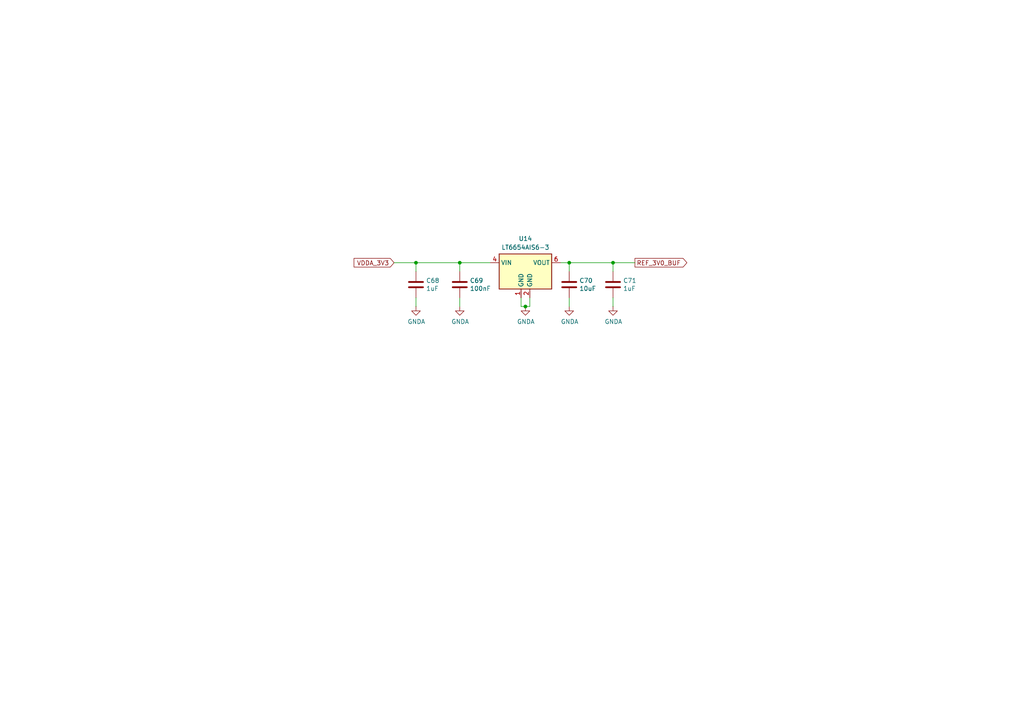
<source format=kicad_sch>
(kicad_sch (version 20231120) (generator "eeschema") (generator_version "8.0")
  (paper "A4")
  (title_block (title "Open MOtor DRiver Initiative (OMODRI)") (date "2024-05-03") (rev "3.1") (company "LAAS/CNRS"))
  (lib_symbols
    (symbol "Device:C" (pin_numbers hide) (pin_names (offset 0.254))
      (property "Reference" "C" (at 0.635 2.54 0))
      (property "Value" "C" (at 0.635 -2.54 0))
      (symbol "C_0_1"
        (polyline (pts (xy -2.032 -0.762) (xy 2.032 -0.762)) (stroke (width 0.508)))
        (polyline (pts (xy -2.032 0.762) (xy 2.032 0.762)) (stroke (width 0.508)))
      )
      (symbol "C_1_1"
        (pin passive line (at 0 3.81 270) (length 2.794) (name "~") (number "1"))
        (pin passive line (at 0 -3.81 90) (length 2.794) (name "~") (number "2"))
      )
    )
    (symbol "omodri_lib:LT6654AIS6-3"
      (property "Reference" "U" (at -7.62 6.35 0))
      (property "Value" "LT6654AIS6-3" (at 2.54 6.35 0))
      (symbol "LT6654AIS6-3_0_1"
        (rectangle (start -7.62 5.08) (end 7.62 -5.08) (stroke (width 0.254)) (fill (type background)))
      )
      (symbol "LT6654AIS6-3_1_1"
        (pin power_in line (at -1.27 -7.62 90) (length 2.54) (name "GND") (number "1"))
        (pin power_in line (at 1.27 -7.62 90) (length 2.54) (name "GND") (number "2"))
        (pin no_connect line (at -8.89 -1.27 0) (length 1.27) hide (name "DNC") (number "3"))
        (pin power_in line (at -10.16 2.54 0) (length 2.54) (name "VIN") (number "4"))
        (pin no_connect line (at -8.89 -3.81 0) (length 1.27) hide (name "DNC") (number "5"))
        (pin power_out line (at 10.16 2.54 180) (length 2.54) (name "VOUT") (number "6"))
      )
    )
    (symbol "power:GNDA" (power) (pin_numbers hide) (pin_names (offset 0) hide)
      (property "Value" "GNDA" (at 0 -3.81 0))
      (symbol "GNDA_0_1"
        (polyline (pts (xy 0 0) (xy 0 -1.27) (xy 1.27 -1.27) (xy 0 -2.54) (xy -1.27 -1.27) (xy 0 -1.27)))
      )
      (symbol "GNDA_1_1"
        (pin power_in line (at 0 0 270) (length 0) (name "~") (number "1"))
      )
    )
  )
  (junction (at 133.35 76.2))
  (junction (at 165.1 76.2))
  (junction (at 120.65 76.2))
  (junction (at 152.4 88.9))
  (junction (at 177.8 76.2))
  (wire (pts (xy 151.13 86.36) (xy 151.13 88.9)))
  (wire (pts (xy 120.65 76.2) (xy 133.35 76.2)))
  (wire (pts (xy 133.35 76.2) (xy 133.35 78.74)))
  (wire (pts (xy 120.65 86.36) (xy 120.65 88.9)))
  (wire (pts (xy 177.8 76.2) (xy 177.8 78.74)))
  (wire (pts (xy 165.1 76.2) (xy 177.8 76.2)))
  (wire (pts (xy 152.4 88.9) (xy 153.67 88.9)))
  (wire (pts (xy 114.3 76.2) (xy 120.65 76.2)))
  (wire (pts (xy 120.65 76.2) (xy 120.65 78.74)))
  (wire (pts (xy 165.1 86.36) (xy 165.1 88.9)))
  (wire (pts (xy 151.13 88.9) (xy 152.4 88.9)))
  (wire (pts (xy 162.56 76.2) (xy 165.1 76.2)))
  (wire (pts (xy 153.67 88.9) (xy 153.67 86.36)))
  (wire (pts (xy 133.35 76.2) (xy 142.24 76.2)))
  (wire (pts (xy 177.8 86.36) (xy 177.8 88.9)))
  (wire (pts (xy 165.1 76.2) (xy 165.1 78.74)))
  (wire (pts (xy 133.35 86.36) (xy 133.35 88.9)))
  (wire (pts (xy 177.8 76.2) (xy 184.15 76.2)))
  (global_label "REF_3V0_BUF" (shape output) (at 184.15 76.2 0) (property "Intersheetrefs" "${INTERSHEET_REFS}" (effects (hide yes))) (property "Références Inter-Feuilles" "${INTERSHEET_REFS}" (effects (hide yes))))
  (global_label "VDDA_3V3" (shape input) (at 114.3 76.2 180) (property "Intersheetrefs" "${INTERSHEET_REFS}" (effects (hide yes))) (property "Références Inter-Feuilles" "${INTERSHEET_REFS}" (effects (hide yes))))
  (symbol (lib_id "omodri_lib:LT6654AIS6-3") (at 152.4 78.74 0) (unit 1)
    (property "Reference" "U14" (at 152.4 69.215 0))
    (property "Value" "LT6654AIS6-3" (at 152.4 71.755 0))
    (property "Footprint" "Package_TO_SOT_SMD:TSOT-23-6" (effects (hide yes)))
    (property "Datasheet" "https://www.analog.com/media/en/technical-documentation/data-sheets/lt6654.pdf" (effects (hide yes)))
    (property "Description" "Precision voltage reference, 10mA output, 3.5V to 36V input, 10ppm/C drift, 3.0V output, SOT23-6" (effects (hide yes)))
    (property "DigiKey" "LT6654AIS6-3#TRMPBFCT-ND" (effects (hide yes)))
    (property "Farnell" "2761957" (effects (hide yes)))
    (property "Mouser" "584-6654AIS63TRMPBF" (effects (hide yes)))
    (property "Part No" "LT6654AIS6-3#TRMPBF" (effects (hide yes)))
    (property "LCSC" "C673261" (effects (hide yes)))
  )
  (symbol (lib_id "power:GNDA") (at 120.65 88.9 0) (unit 1)
    (property "Reference" "#PWR0131" (effects (hide yes)))
    (property "Value" "GNDA" (at 120.777 93.2942 0))
    (property "Description" "Power symbol creates a global label with name \"GNDA\" , analog ground" (effects (hide yes)))
  )
  (symbol (lib_id "power:GNDA") (at 133.35 88.9 0) (unit 1)
    (property "Reference" "#PWR0132" (effects (hide yes)))
    (property "Value" "GNDA" (at 133.477 93.2942 0))
    (property "Description" "Power symbol creates a global label with name \"GNDA\" , analog ground" (effects (hide yes)))
  )
  (symbol (lib_id "power:GNDA") (at 152.4 88.9 0) (unit 1)
    (property "Reference" "#PWR0130" (effects (hide yes)))
    (property "Value" "GNDA" (at 152.527 93.2942 0))
    (property "Description" "Power symbol creates a global label with name \"GNDA\" , analog ground" (effects (hide yes)))
  )
  (symbol (lib_id "Device:C") (at 133.35 82.55 0) (unit 1)
    (property "Reference" "C69" (at 136.271 81.3816 0) (effects (justify left)))
    (property "Value" "100nF" (at 136.271 83.693 0) (effects (justify left)))
    (property "Footprint" "Capacitor_SMD:C_0201_0603Metric" (effects (hide yes)))
    (property "Description" "Unpolarized capacitor" (effects (hide yes)))
    (property "DigiKey" "490-12686-1-ND" (effects (hide yes)))
    (property "Farnell" "2990693" (effects (hide yes)))
    (property "Mouser" "81-GRM033R61E104KE4D" (effects (hide yes)))
    (property "Part No" "GRM033R61E104KE14D" (effects (hide yes)))
    (property "Rated Voltage" "25V" (effects (hide yes)))
    (property "LCSC" "C76939" (effects (hide yes)))
  )
  (symbol (lib_id "Device:C") (at 120.65 82.55 0) (unit 1)
    (property "Reference" "C68" (at 123.571 81.3816 0) (effects (justify left)))
    (property "Value" "1uF" (at 123.571 83.693 0) (effects (justify left)))
    (property "Footprint" "Capacitor_SMD:C_0201_0603Metric" (effects (hide yes)))
    (property "Description" "Unpolarized capacitor" (effects (hide yes)))
    (property "DigiKey" "490-13219-1-ND" (effects (hide yes)))
    (property "Farnell" "3238032" (effects (hide yes)))
    (property "Mouser" "81-GRM033C81A105ME5D" (effects (hide yes)))
    (property "Part No" "GRM033C81A105ME05D" (effects (hide yes)))
    (property "Rated Voltage" "10V" (effects (hide yes)))
    (property "LCSC" "C237278" (effects (hide yes)))
  )
  (symbol (lib_id "Device:C") (at 165.1 82.55 0) (unit 1)
    (property "Reference" "C70" (at 168.021 81.3816 0) (effects (justify left)))
    (property "Value" "10uF" (at 168.021 83.693 0) (effects (justify left)))
    (property "Footprint" "Capacitor_SMD:C_0402_1005Metric" (effects (hide yes)))
    (property "Description" "Unpolarized capacitor" (effects (hide yes)))
    (property "DigiKey" "490-13238-2-ND" (effects (hide yes)))
    (property "Farnell" "3582794" (effects (hide yes)))
    (property "Mouser" "81-GRM155R60J106ME5D" (effects (hide yes)))
    (property "Part No" "GRM155R60J106ME15D" (effects (hide yes)))
    (property "Rated Voltage" "6.3V" (effects (hide yes)))
    (property "LCSC" "C412251" (effects (hide yes)))
  )
  (symbol (lib_id "Device:C") (at 177.8 82.55 0) (unit 1)
    (property "Reference" "C71" (at 180.721 81.3816 0) (effects (justify left)))
    (property "Value" "1uF" (at 180.721 83.693 0) (effects (justify left)))
    (property "Footprint" "Capacitor_SMD:C_0201_0603Metric" (effects (hide yes)))
    (property "Description" "Unpolarized capacitor" (effects (hide yes)))
    (property "DigiKey" "490-13219-1-ND" (effects (hide yes)))
    (property "Farnell" "3238032" (effects (hide yes)))
    (property "Mouser" "81-GRM033C81A105ME5D" (effects (hide yes)))
    (property "Part No" "GRM033C81A105ME05D" (effects (hide yes)))
    (property "Rated Voltage" "10V" (effects (hide yes)))
    (property "LCSC" "C237278" (effects (hide yes)))
  )
  (symbol (lib_id "power:GNDA") (at 165.1 88.9 0) (unit 1)
    (property "Reference" "#PWR0133" (effects (hide yes)))
    (property "Value" "GNDA" (at 165.227 93.2942 0))
    (property "Description" "Power symbol creates a global label with name \"GNDA\" , analog ground" (effects (hide yes)))
  )
  (symbol (lib_id "power:GNDA") (at 177.8 88.9 0) (unit 1)
    (property "Reference" "#PWR0134" (effects (hide yes)))
    (property "Value" "GNDA" (at 177.927 93.2942 0))
    (property "Description" "Power symbol creates a global label with name \"GNDA\" , analog ground" (effects (hide yes)))
  )
)
</source>
